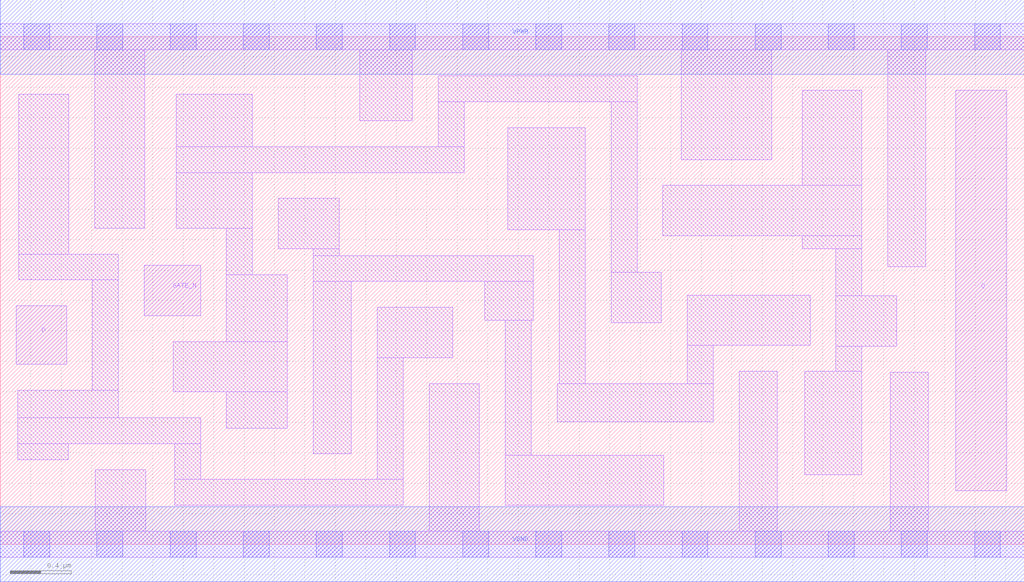
<source format=lef>
# Copyright 2020 The SkyWater PDK Authors
#
# Licensed under the Apache License, Version 2.0 (the "License");
# you may not use this file except in compliance with the License.
# You may obtain a copy of the License at
#
#     https://www.apache.org/licenses/LICENSE-2.0
#
# Unless required by applicable law or agreed to in writing, software
# distributed under the License is distributed on an "AS IS" BASIS,
# WITHOUT WARRANTIES OR CONDITIONS OF ANY KIND, either express or implied.
# See the License for the specific language governing permissions and
# limitations under the License.
#
# SPDX-License-Identifier: Apache-2.0

VERSION 5.7 ;
  NAMESCASESENSITIVE ON ;
  NOWIREEXTENSIONATPIN ON ;
  DIVIDERCHAR "/" ;
  BUSBITCHARS "[]" ;
UNITS
  DATABASE MICRONS 200 ;
END UNITS
MACRO sky130_fd_sc_ms__dlxtn_1
  CLASS CORE ;
  SOURCE USER ;
  FOREIGN sky130_fd_sc_ms__dlxtn_1 ;
  ORIGIN  0.000000  0.000000 ;
  SIZE  6.720000 BY  3.330000 ;
  SYMMETRY X Y ;
  SITE unit ;
  PIN D
    ANTENNAGATEAREA  0.233700 ;
    DIRECTION INPUT ;
    USE SIGNAL ;
    PORT
      LAYER li1 ;
        RECT 0.105000 1.180000 0.435000 1.565000 ;
    END
  END D
  PIN Q
    ANTENNADIFFAREA  0.528200 ;
    DIRECTION OUTPUT ;
    USE SIGNAL ;
    PORT
      LAYER li1 ;
        RECT 6.270000 0.350000 6.605000 2.980000 ;
    END
  END Q
  PIN GATE_N
    ANTENNAGATEAREA  0.262200 ;
    DIRECTION INPUT ;
    USE CLOCK ;
    PORT
      LAYER li1 ;
        RECT 0.945000 1.500000 1.315000 1.830000 ;
    END
  END GATE_N
  PIN VGND
    DIRECTION INOUT ;
    USE GROUND ;
    PORT
      LAYER met1 ;
        RECT 0.000000 -0.245000 6.720000 0.245000 ;
    END
  END VGND
  PIN VPWR
    DIRECTION INOUT ;
    USE POWER ;
    PORT
      LAYER met1 ;
        RECT 0.000000 3.085000 6.720000 3.575000 ;
    END
  END VPWR
  OBS
    LAYER li1 ;
      RECT 0.000000 -0.085000 6.720000 0.085000 ;
      RECT 0.000000  3.245000 6.720000 3.415000 ;
      RECT 0.115000  0.555000 0.445000 0.660000 ;
      RECT 0.115000  0.660000 1.315000 0.830000 ;
      RECT 0.115000  0.830000 0.775000 1.010000 ;
      RECT 0.120000  1.735000 0.775000 1.905000 ;
      RECT 0.120000  1.905000 0.450000 2.955000 ;
      RECT 0.605000  1.010000 0.775000 1.735000 ;
      RECT 0.620000  2.075000 0.950000 3.245000 ;
      RECT 0.625000  0.085000 0.955000 0.490000 ;
      RECT 1.135000  1.000000 1.885000 1.330000 ;
      RECT 1.145000  0.255000 2.645000 0.425000 ;
      RECT 1.145000  0.425000 1.315000 0.660000 ;
      RECT 1.155000  2.075000 1.655000 2.440000 ;
      RECT 1.155000  2.440000 3.045000 2.610000 ;
      RECT 1.155000  2.610000 1.655000 2.955000 ;
      RECT 1.485000  0.760000 1.885000 1.000000 ;
      RECT 1.485000  1.330000 1.885000 1.770000 ;
      RECT 1.485000  1.770000 1.655000 2.075000 ;
      RECT 1.825000  1.940000 2.225000 2.270000 ;
      RECT 2.055000  0.595000 2.305000 1.725000 ;
      RECT 2.055000  1.725000 3.500000 1.895000 ;
      RECT 2.055000  1.895000 2.225000 1.940000 ;
      RECT 2.360000  2.780000 2.705000 3.245000 ;
      RECT 2.475000  0.425000 2.645000 1.225000 ;
      RECT 2.475000  1.225000 2.970000 1.555000 ;
      RECT 2.815000  0.085000 3.145000 1.055000 ;
      RECT 2.875000  2.610000 3.045000 2.905000 ;
      RECT 2.875000  2.905000 4.180000 3.075000 ;
      RECT 3.180000  1.470000 3.500000 1.725000 ;
      RECT 3.315000  0.255000 4.355000 0.585000 ;
      RECT 3.315000  0.585000 3.485000 1.470000 ;
      RECT 3.330000  2.065000 3.840000 2.735000 ;
      RECT 3.655000  0.805000 4.680000 1.055000 ;
      RECT 3.670000  1.055000 3.840000 2.065000 ;
      RECT 4.010000  1.455000 4.340000 1.785000 ;
      RECT 4.010000  1.785000 4.180000 2.905000 ;
      RECT 4.350000  2.025000 5.655000 2.355000 ;
      RECT 4.470000  2.525000 5.065000 3.245000 ;
      RECT 4.510000  1.055000 4.680000 1.305000 ;
      RECT 4.510000  1.305000 5.315000 1.635000 ;
      RECT 4.850000  0.085000 5.100000 1.135000 ;
      RECT 5.265000  1.940000 5.655000 2.025000 ;
      RECT 5.265000  2.355000 5.655000 2.980000 ;
      RECT 5.280000  0.455000 5.655000 1.135000 ;
      RECT 5.485000  1.135000 5.655000 1.300000 ;
      RECT 5.485000  1.300000 5.885000 1.630000 ;
      RECT 5.485000  1.630000 5.655000 1.940000 ;
      RECT 5.825000  1.820000 6.075000 3.245000 ;
      RECT 5.840000  0.085000 6.090000 1.130000 ;
    LAYER mcon ;
      RECT 0.155000 -0.085000 0.325000 0.085000 ;
      RECT 0.155000  3.245000 0.325000 3.415000 ;
      RECT 0.635000 -0.085000 0.805000 0.085000 ;
      RECT 0.635000  3.245000 0.805000 3.415000 ;
      RECT 1.115000 -0.085000 1.285000 0.085000 ;
      RECT 1.115000  3.245000 1.285000 3.415000 ;
      RECT 1.595000 -0.085000 1.765000 0.085000 ;
      RECT 1.595000  3.245000 1.765000 3.415000 ;
      RECT 2.075000 -0.085000 2.245000 0.085000 ;
      RECT 2.075000  3.245000 2.245000 3.415000 ;
      RECT 2.555000 -0.085000 2.725000 0.085000 ;
      RECT 2.555000  3.245000 2.725000 3.415000 ;
      RECT 3.035000 -0.085000 3.205000 0.085000 ;
      RECT 3.035000  3.245000 3.205000 3.415000 ;
      RECT 3.515000 -0.085000 3.685000 0.085000 ;
      RECT 3.515000  3.245000 3.685000 3.415000 ;
      RECT 3.995000 -0.085000 4.165000 0.085000 ;
      RECT 3.995000  3.245000 4.165000 3.415000 ;
      RECT 4.475000 -0.085000 4.645000 0.085000 ;
      RECT 4.475000  3.245000 4.645000 3.415000 ;
      RECT 4.955000 -0.085000 5.125000 0.085000 ;
      RECT 4.955000  3.245000 5.125000 3.415000 ;
      RECT 5.435000 -0.085000 5.605000 0.085000 ;
      RECT 5.435000  3.245000 5.605000 3.415000 ;
      RECT 5.915000 -0.085000 6.085000 0.085000 ;
      RECT 5.915000  3.245000 6.085000 3.415000 ;
      RECT 6.395000 -0.085000 6.565000 0.085000 ;
      RECT 6.395000  3.245000 6.565000 3.415000 ;
  END
END sky130_fd_sc_ms__dlxtn_1
END LIBRARY

</source>
